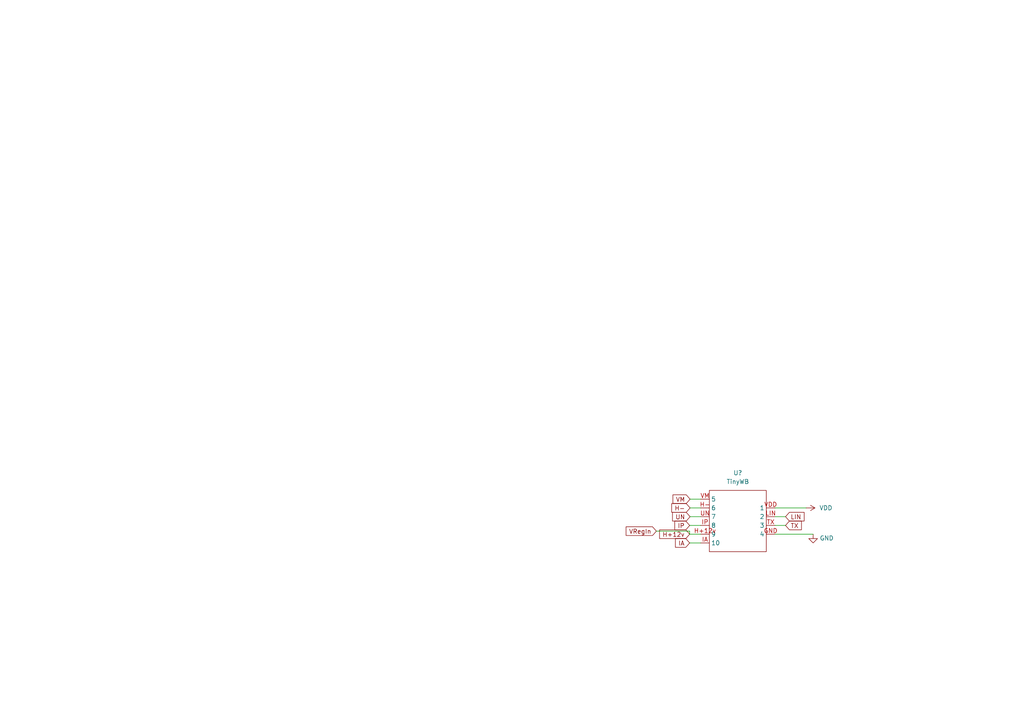
<source format=kicad_sch>
(kicad_sch (version 20211123) (generator eeschema)
  (paper "A4")
  (title_block (title "Sketch of module DIY EFI Tiny WB") (date "2023-02-26") (rev "Rev1.01") (company "AmesisProject"))
  (lib_symbols
    (symbol "AmesisProject_Librairie:TinyWB"
      (property "Reference" "U" (at 3.81 -1.27 0))
      (property "Value" "TinyWB" (at 2.54 13.97 0))
      (symbol "TinyWB_0_1"
        (rectangle (start -5.08 15.24) (end 11.43 -2.54))
      )
      (symbol "TinyWB_1_1"
        (pin input line (at 13.97 2.54 180) (length 2.54) (name "4") (number "GND"))
        (pin input line (at -7.62 2.54 0) (length 2.54) (name "9") (number "H+12v"))
        (pin input line (at -7.62 10.16 0) (length 2.54) (name "6") (number "H-"))
        (pin input line (at -7.62 0 0) (length 2.54) (name "10") (number "IA"))
        (pin input line (at -7.62 5.08 0) (length 2.54) (name "8") (number "IP"))
        (pin input line (at 13.97 7.62 180) (length 2.54) (name "2") (number "LIN"))
        (pin input line (at 13.97 5.08 180) (length 2.54) (name "3") (number "TX"))
        (pin input line (at -7.62 7.62 0) (length 2.54) (name "7") (number "UN"))
        (pin input line (at 13.97 10.16 180) (length 2.54) (name "1") (number "VDD"))
        (pin input line (at -7.62 12.7 0) (length 2.54) (name "5") (number "VM"))
      )
    )
    (symbol "power:GND" (power) (pin_names (offset 0))
      (property "Value" "GND" (at 0 -3.81 0))
      (symbol "GND_0_1"
        (polyline (pts (xy 0 0) (xy 0 -1.27) (xy 1.27 -1.27) (xy 0 -2.54) (xy -1.27 -1.27) (xy 0 -1.27)))
      )
      (symbol "GND_1_1"
        (pin power_in line (at 0 0 270) (length 0) hide (name "GND") (number "1"))
      )
    )
    (symbol "power:VDD" (power) (pin_names (offset 0))
      (property "Value" "VDD" (at 0 3.81 0))
      (symbol "VDD_0_1"
        (polyline (pts (xy -0.762 1.27) (xy 0 2.54)))
        (polyline (pts (xy 0 0) (xy 0 2.54)))
        (polyline (pts (xy 0 2.54) (xy 0.762 1.27)))
      )
      (symbol "VDD_1_1"
        (pin power_in line (at 0 0 90) (length 0) hide (name "VDD") (number "1"))
      )
    )
  )
  (wire (pts (xy 224.79 154.94) (xy 235.839 154.94)))
  (wire (pts (xy 203.2 144.78) (xy 200.152 144.78)))
  (wire (pts (xy 200.025 157.48) (xy 203.2 157.48)))
  (wire (pts (xy 203.2 152.4) (xy 200.025 152.4)))
  (wire (pts (xy 224.79 147.32) (xy 233.807 147.32)))
  (wire (pts (xy 190.373 154.051) (xy 200.025 154.051)))
  (wire (pts (xy 224.79 152.4) (xy 227.838 152.4)))
  (wire (pts (xy 224.79 149.86) (xy 227.838 149.86)))
  (wire (pts (xy 203.2 149.86) (xy 200.152 149.86)))
  (wire (pts (xy 200.025 154.051) (xy 200.025 154.94)))
  (wire (pts (xy 203.2 147.32) (xy 200.152 147.32)))
  (wire (pts (xy 203.2 154.94) (xy 200.025 154.94)))
  (global_label "IA" (shape input) (at 200.025 157.48 180) (property "Intersheet References" "${INTERSHEET_REFS}" (effects hide)))
  (global_label "H+12v" (shape input) (at 200.025 154.94 180) (property "Intersheet References" "${INTERSHEET_REFS}" (effects hide)))
  (global_label "VM" (shape input) (at 200.152 144.78 180) (property "Intersheet References" "${INTERSHEET_REFS}" (effects hide)))
  (global_label "UN" (shape input) (at 200.152 149.86 180) (property "Intersheet References" "${INTERSHEET_REFS}" (effects hide)))
  (global_label "TX" (shape input) (at 227.838 152.4 0) (property "Intersheet References" "${INTERSHEET_REFS}" (effects hide)))
  (global_label "LIN" (shape input) (at 227.838 149.86 0) (property "Intersheet References" "${INTERSHEET_REFS}" (effects hide)))
  (global_label "VRegIn" (shape input) (at 190.373 154.051 180) (property "Intersheet References" "${INTERSHEET_REFS}" (effects hide)))
  (global_label "IP" (shape input) (at 200.025 152.4 180) (property "Intersheet References" "${INTERSHEET_REFS}" (effects hide)))
  (global_label "H-" (shape input) (at 200.152 147.32 180) (property "Intersheet References" "${INTERSHEET_REFS}" (effects hide)))
  (symbol (lib_id "AmesisProject_Librairie:TinyWB") (at 210.82 157.48 0) (unit 1)
    (property "Reference" "U?" (at 213.995 137.16 0))
    (property "Value" "TinyWB" (at 213.995 139.7 0))
  )
  (symbol (lib_id "power:VDD") (at 233.807 147.32 270) (unit 1)
    (property "Reference" "#PWR0101" (effects hide))
    (property "Value" "VDD" (at 237.617 147.32 90) (effects (justify left)))
  )
  (symbol (lib_id "power:GND") (at 235.839 154.94 0) (unit 1)
    (property "Reference" "#PWR0102" (effects hide))
    (property "Value" "GND" (at 239.776 156.083 0))
  )
)
</source>
